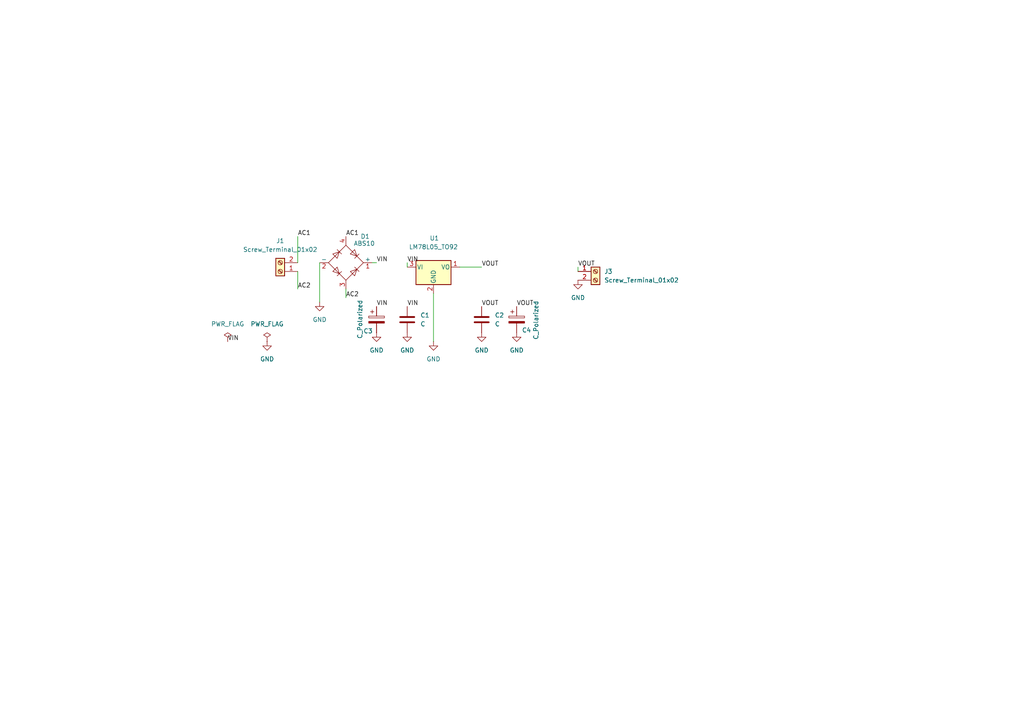
<source format=kicad_sch>
(kicad_sch
	(version 20231120)
	(generator "eeschema")
	(generator_version "8.0")
	(uuid "b7fc282d-457e-4d30-a7c2-28decb15c0ee")
	(paper "A4")
	(title_block
		(title "5 Volt Circuit")
		(rev "v1")
		(company "Sudhir")
	)
	(lib_symbols
		(symbol "Connector:Screw_Terminal_01x02"
			(pin_names
				(offset 1.016) hide)
			(exclude_from_sim no)
			(in_bom yes)
			(on_board yes)
			(property "Reference" "J"
				(at 0 2.54 0)
				(effects
					(font
						(size 1.27 1.27)
					)
				)
			)
			(property "Value" "Screw_Terminal_01x02"
				(at 0 -5.08 0)
				(effects
					(font
						(size 1.27 1.27)
					)
				)
			)
			(property "Footprint" ""
				(at 0 0 0)
				(effects
					(font
						(size 1.27 1.27)
					)
					(hide yes)
				)
			)
			(property "Datasheet" "~"
				(at 0 0 0)
				(effects
					(font
						(size 1.27 1.27)
					)
					(hide yes)
				)
			)
			(property "Description" "Generic screw terminal, single row, 01x02, script generated (kicad-library-utils/schlib/autogen/connector/)"
				(at 0 0 0)
				(effects
					(font
						(size 1.27 1.27)
					)
					(hide yes)
				)
			)
			(property "ki_keywords" "screw terminal"
				(at 0 0 0)
				(effects
					(font
						(size 1.27 1.27)
					)
					(hide yes)
				)
			)
			(property "ki_fp_filters" "TerminalBlock*:*"
				(at 0 0 0)
				(effects
					(font
						(size 1.27 1.27)
					)
					(hide yes)
				)
			)
			(symbol "Screw_Terminal_01x02_1_1"
				(rectangle
					(start -1.27 1.27)
					(end 1.27 -3.81)
					(stroke
						(width 0.254)
						(type default)
					)
					(fill
						(type background)
					)
				)
				(circle
					(center 0 -2.54)
					(radius 0.635)
					(stroke
						(width 0.1524)
						(type default)
					)
					(fill
						(type none)
					)
				)
				(polyline
					(pts
						(xy -0.5334 -2.2098) (xy 0.3302 -3.048)
					)
					(stroke
						(width 0.1524)
						(type default)
					)
					(fill
						(type none)
					)
				)
				(polyline
					(pts
						(xy -0.5334 0.3302) (xy 0.3302 -0.508)
					)
					(stroke
						(width 0.1524)
						(type default)
					)
					(fill
						(type none)
					)
				)
				(polyline
					(pts
						(xy -0.3556 -2.032) (xy 0.508 -2.8702)
					)
					(stroke
						(width 0.1524)
						(type default)
					)
					(fill
						(type none)
					)
				)
				(polyline
					(pts
						(xy -0.3556 0.508) (xy 0.508 -0.3302)
					)
					(stroke
						(width 0.1524)
						(type default)
					)
					(fill
						(type none)
					)
				)
				(circle
					(center 0 0)
					(radius 0.635)
					(stroke
						(width 0.1524)
						(type default)
					)
					(fill
						(type none)
					)
				)
				(pin passive line
					(at -5.08 0 0)
					(length 3.81)
					(name "Pin_1"
						(effects
							(font
								(size 1.27 1.27)
							)
						)
					)
					(number "1"
						(effects
							(font
								(size 1.27 1.27)
							)
						)
					)
				)
				(pin passive line
					(at -5.08 -2.54 0)
					(length 3.81)
					(name "Pin_2"
						(effects
							(font
								(size 1.27 1.27)
							)
						)
					)
					(number "2"
						(effects
							(font
								(size 1.27 1.27)
							)
						)
					)
				)
			)
		)
		(symbol "Device:C"
			(pin_numbers hide)
			(pin_names
				(offset 0.254)
			)
			(exclude_from_sim no)
			(in_bom yes)
			(on_board yes)
			(property "Reference" "C"
				(at 0.635 2.54 0)
				(effects
					(font
						(size 1.27 1.27)
					)
					(justify left)
				)
			)
			(property "Value" "C"
				(at 0.635 -2.54 0)
				(effects
					(font
						(size 1.27 1.27)
					)
					(justify left)
				)
			)
			(property "Footprint" ""
				(at 0.9652 -3.81 0)
				(effects
					(font
						(size 1.27 1.27)
					)
					(hide yes)
				)
			)
			(property "Datasheet" "~"
				(at 0 0 0)
				(effects
					(font
						(size 1.27 1.27)
					)
					(hide yes)
				)
			)
			(property "Description" "Unpolarized capacitor"
				(at 0 0 0)
				(effects
					(font
						(size 1.27 1.27)
					)
					(hide yes)
				)
			)
			(property "ki_keywords" "cap capacitor"
				(at 0 0 0)
				(effects
					(font
						(size 1.27 1.27)
					)
					(hide yes)
				)
			)
			(property "ki_fp_filters" "C_*"
				(at 0 0 0)
				(effects
					(font
						(size 1.27 1.27)
					)
					(hide yes)
				)
			)
			(symbol "C_0_1"
				(polyline
					(pts
						(xy -2.032 -0.762) (xy 2.032 -0.762)
					)
					(stroke
						(width 0.508)
						(type default)
					)
					(fill
						(type none)
					)
				)
				(polyline
					(pts
						(xy -2.032 0.762) (xy 2.032 0.762)
					)
					(stroke
						(width 0.508)
						(type default)
					)
					(fill
						(type none)
					)
				)
			)
			(symbol "C_1_1"
				(pin passive line
					(at 0 3.81 270)
					(length 2.794)
					(name "~"
						(effects
							(font
								(size 1.27 1.27)
							)
						)
					)
					(number "1"
						(effects
							(font
								(size 1.27 1.27)
							)
						)
					)
				)
				(pin passive line
					(at 0 -3.81 90)
					(length 2.794)
					(name "~"
						(effects
							(font
								(size 1.27 1.27)
							)
						)
					)
					(number "2"
						(effects
							(font
								(size 1.27 1.27)
							)
						)
					)
				)
			)
		)
		(symbol "Device:C_Polarized"
			(pin_numbers hide)
			(pin_names
				(offset 0.254)
			)
			(exclude_from_sim no)
			(in_bom yes)
			(on_board yes)
			(property "Reference" "C"
				(at 0.635 2.54 0)
				(effects
					(font
						(size 1.27 1.27)
					)
					(justify left)
				)
			)
			(property "Value" "C_Polarized"
				(at 0.635 -2.54 0)
				(effects
					(font
						(size 1.27 1.27)
					)
					(justify left)
				)
			)
			(property "Footprint" ""
				(at 0.9652 -3.81 0)
				(effects
					(font
						(size 1.27 1.27)
					)
					(hide yes)
				)
			)
			(property "Datasheet" "~"
				(at 0 0 0)
				(effects
					(font
						(size 1.27 1.27)
					)
					(hide yes)
				)
			)
			(property "Description" "Polarized capacitor"
				(at 0 0 0)
				(effects
					(font
						(size 1.27 1.27)
					)
					(hide yes)
				)
			)
			(property "ki_keywords" "cap capacitor"
				(at 0 0 0)
				(effects
					(font
						(size 1.27 1.27)
					)
					(hide yes)
				)
			)
			(property "ki_fp_filters" "CP_*"
				(at 0 0 0)
				(effects
					(font
						(size 1.27 1.27)
					)
					(hide yes)
				)
			)
			(symbol "C_Polarized_0_1"
				(rectangle
					(start -2.286 0.508)
					(end 2.286 1.016)
					(stroke
						(width 0)
						(type default)
					)
					(fill
						(type none)
					)
				)
				(polyline
					(pts
						(xy -1.778 2.286) (xy -0.762 2.286)
					)
					(stroke
						(width 0)
						(type default)
					)
					(fill
						(type none)
					)
				)
				(polyline
					(pts
						(xy -1.27 2.794) (xy -1.27 1.778)
					)
					(stroke
						(width 0)
						(type default)
					)
					(fill
						(type none)
					)
				)
				(rectangle
					(start 2.286 -0.508)
					(end -2.286 -1.016)
					(stroke
						(width 0)
						(type default)
					)
					(fill
						(type outline)
					)
				)
			)
			(symbol "C_Polarized_1_1"
				(pin passive line
					(at 0 3.81 270)
					(length 2.794)
					(name "~"
						(effects
							(font
								(size 1.27 1.27)
							)
						)
					)
					(number "1"
						(effects
							(font
								(size 1.27 1.27)
							)
						)
					)
				)
				(pin passive line
					(at 0 -3.81 90)
					(length 2.794)
					(name "~"
						(effects
							(font
								(size 1.27 1.27)
							)
						)
					)
					(number "2"
						(effects
							(font
								(size 1.27 1.27)
							)
						)
					)
				)
			)
		)
		(symbol "Diode_Bridge:ABS10"
			(pin_names
				(offset 0)
			)
			(exclude_from_sim no)
			(in_bom yes)
			(on_board yes)
			(property "Reference" "D"
				(at 2.54 6.985 0)
				(effects
					(font
						(size 1.27 1.27)
					)
					(justify left)
				)
			)
			(property "Value" "ABS10"
				(at 2.54 5.08 0)
				(effects
					(font
						(size 1.27 1.27)
					)
					(justify left)
				)
			)
			(property "Footprint" "Diode_SMD:Diode_Bridge_Diotec_ABS"
				(at 3.81 3.175 0)
				(effects
					(font
						(size 1.27 1.27)
					)
					(justify left)
					(hide yes)
				)
			)
			(property "Datasheet" "https://diotec.com/tl_files/diotec/files/pdf/datasheets/abs2.pdf"
				(at 0 0 0)
				(effects
					(font
						(size 1.27 1.27)
					)
					(hide yes)
				)
			)
			(property "Description" "Miniature Glass Passivated Single-Phase Surface Mount Bridge Rectifiers, 700V Vrms, 0.8A If, ABS SMD package"
				(at 0 0 0)
				(effects
					(font
						(size 1.27 1.27)
					)
					(hide yes)
				)
			)
			(property "ki_keywords" "rectifier acdc"
				(at 0 0 0)
				(effects
					(font
						(size 1.27 1.27)
					)
					(hide yes)
				)
			)
			(property "ki_fp_filters" "Diode*Bridge*Diotec*ABS*"
				(at 0 0 0)
				(effects
					(font
						(size 1.27 1.27)
					)
					(hide yes)
				)
			)
			(symbol "ABS10_0_1"
				(polyline
					(pts
						(xy -2.54 3.81) (xy -1.27 2.54)
					)
					(stroke
						(width 0)
						(type default)
					)
					(fill
						(type none)
					)
				)
				(polyline
					(pts
						(xy -1.27 -2.54) (xy -2.54 -3.81)
					)
					(stroke
						(width 0)
						(type default)
					)
					(fill
						(type none)
					)
				)
				(polyline
					(pts
						(xy 2.54 -1.27) (xy 3.81 -2.54)
					)
					(stroke
						(width 0)
						(type default)
					)
					(fill
						(type none)
					)
				)
				(polyline
					(pts
						(xy 2.54 1.27) (xy 3.81 2.54)
					)
					(stroke
						(width 0)
						(type default)
					)
					(fill
						(type none)
					)
				)
				(polyline
					(pts
						(xy -3.81 2.54) (xy -2.54 1.27) (xy -1.905 3.175) (xy -3.81 2.54)
					)
					(stroke
						(width 0)
						(type default)
					)
					(fill
						(type none)
					)
				)
				(polyline
					(pts
						(xy -2.54 -1.27) (xy -3.81 -2.54) (xy -1.905 -3.175) (xy -2.54 -1.27)
					)
					(stroke
						(width 0)
						(type default)
					)
					(fill
						(type none)
					)
				)
				(polyline
					(pts
						(xy 1.27 2.54) (xy 2.54 3.81) (xy 3.175 1.905) (xy 1.27 2.54)
					)
					(stroke
						(width 0)
						(type default)
					)
					(fill
						(type none)
					)
				)
				(polyline
					(pts
						(xy 3.175 -1.905) (xy 1.27 -2.54) (xy 2.54 -3.81) (xy 3.175 -1.905)
					)
					(stroke
						(width 0)
						(type default)
					)
					(fill
						(type none)
					)
				)
				(polyline
					(pts
						(xy -5.08 0) (xy 0 -5.08) (xy 5.08 0) (xy 0 5.08) (xy -5.08 0)
					)
					(stroke
						(width 0)
						(type default)
					)
					(fill
						(type none)
					)
				)
			)
			(symbol "ABS10_1_1"
				(pin passive line
					(at 7.62 0 180)
					(length 2.54)
					(name "+"
						(effects
							(font
								(size 1.27 1.27)
							)
						)
					)
					(number "1"
						(effects
							(font
								(size 1.27 1.27)
							)
						)
					)
				)
				(pin passive line
					(at -7.62 0 0)
					(length 2.54)
					(name "-"
						(effects
							(font
								(size 1.27 1.27)
							)
						)
					)
					(number "2"
						(effects
							(font
								(size 1.27 1.27)
							)
						)
					)
				)
				(pin passive line
					(at 0 -7.62 90)
					(length 2.54)
					(name "~"
						(effects
							(font
								(size 1.27 1.27)
							)
						)
					)
					(number "3"
						(effects
							(font
								(size 1.27 1.27)
							)
						)
					)
				)
				(pin passive line
					(at 0 7.62 270)
					(length 2.54)
					(name "~"
						(effects
							(font
								(size 1.27 1.27)
							)
						)
					)
					(number "4"
						(effects
							(font
								(size 1.27 1.27)
							)
						)
					)
				)
			)
		)
		(symbol "Regulator_Linear:LM78L05_TO92"
			(pin_names
				(offset 0.254)
			)
			(exclude_from_sim no)
			(in_bom yes)
			(on_board yes)
			(property "Reference" "U"
				(at -3.81 3.175 0)
				(effects
					(font
						(size 1.27 1.27)
					)
				)
			)
			(property "Value" "LM78L05_TO92"
				(at 0 3.175 0)
				(effects
					(font
						(size 1.27 1.27)
					)
					(justify left)
				)
			)
			(property "Footprint" "Package_TO_SOT_THT:TO-92_Inline"
				(at 0 5.715 0)
				(effects
					(font
						(size 1.27 1.27)
						(italic yes)
					)
					(hide yes)
				)
			)
			(property "Datasheet" "https://www.onsemi.com/pub/Collateral/MC78L06A-D.pdf"
				(at 0 -1.27 0)
				(effects
					(font
						(size 1.27 1.27)
					)
					(hide yes)
				)
			)
			(property "Description" "Positive 100mA 30V Linear Regulator, Fixed Output 5V, TO-92"
				(at 0 0 0)
				(effects
					(font
						(size 1.27 1.27)
					)
					(hide yes)
				)
			)
			(property "ki_keywords" "Voltage Regulator 100mA Positive"
				(at 0 0 0)
				(effects
					(font
						(size 1.27 1.27)
					)
					(hide yes)
				)
			)
			(property "ki_fp_filters" "TO?92*"
				(at 0 0 0)
				(effects
					(font
						(size 1.27 1.27)
					)
					(hide yes)
				)
			)
			(symbol "LM78L05_TO92_0_1"
				(rectangle
					(start -5.08 -5.08)
					(end 5.08 1.905)
					(stroke
						(width 0.254)
						(type default)
					)
					(fill
						(type background)
					)
				)
			)
			(symbol "LM78L05_TO92_1_1"
				(pin power_out line
					(at 7.62 0 180)
					(length 2.54)
					(name "VO"
						(effects
							(font
								(size 1.27 1.27)
							)
						)
					)
					(number "1"
						(effects
							(font
								(size 1.27 1.27)
							)
						)
					)
				)
				(pin power_in line
					(at 0 -7.62 90)
					(length 2.54)
					(name "GND"
						(effects
							(font
								(size 1.27 1.27)
							)
						)
					)
					(number "2"
						(effects
							(font
								(size 1.27 1.27)
							)
						)
					)
				)
				(pin power_in line
					(at -7.62 0 0)
					(length 2.54)
					(name "VI"
						(effects
							(font
								(size 1.27 1.27)
							)
						)
					)
					(number "3"
						(effects
							(font
								(size 1.27 1.27)
							)
						)
					)
				)
			)
		)
		(symbol "power:GND"
			(power)
			(pin_numbers hide)
			(pin_names
				(offset 0) hide)
			(exclude_from_sim no)
			(in_bom yes)
			(on_board yes)
			(property "Reference" "#PWR"
				(at 0 -6.35 0)
				(effects
					(font
						(size 1.27 1.27)
					)
					(hide yes)
				)
			)
			(property "Value" "GND"
				(at 0 -3.81 0)
				(effects
					(font
						(size 1.27 1.27)
					)
				)
			)
			(property "Footprint" ""
				(at 0 0 0)
				(effects
					(font
						(size 1.27 1.27)
					)
					(hide yes)
				)
			)
			(property "Datasheet" ""
				(at 0 0 0)
				(effects
					(font
						(size 1.27 1.27)
					)
					(hide yes)
				)
			)
			(property "Description" "Power symbol creates a global label with name \"GND\" , ground"
				(at 0 0 0)
				(effects
					(font
						(size 1.27 1.27)
					)
					(hide yes)
				)
			)
			(property "ki_keywords" "global power"
				(at 0 0 0)
				(effects
					(font
						(size 1.27 1.27)
					)
					(hide yes)
				)
			)
			(symbol "GND_0_1"
				(polyline
					(pts
						(xy 0 0) (xy 0 -1.27) (xy 1.27 -1.27) (xy 0 -2.54) (xy -1.27 -1.27) (xy 0 -1.27)
					)
					(stroke
						(width 0)
						(type default)
					)
					(fill
						(type none)
					)
				)
			)
			(symbol "GND_1_1"
				(pin power_in line
					(at 0 0 270)
					(length 0)
					(name "~"
						(effects
							(font
								(size 1.27 1.27)
							)
						)
					)
					(number "1"
						(effects
							(font
								(size 1.27 1.27)
							)
						)
					)
				)
			)
		)
		(symbol "power:PWR_FLAG"
			(power)
			(pin_numbers hide)
			(pin_names
				(offset 0) hide)
			(exclude_from_sim no)
			(in_bom yes)
			(on_board yes)
			(property "Reference" "#FLG"
				(at 0 1.905 0)
				(effects
					(font
						(size 1.27 1.27)
					)
					(hide yes)
				)
			)
			(property "Value" "PWR_FLAG"
				(at 0 3.81 0)
				(effects
					(font
						(size 1.27 1.27)
					)
				)
			)
			(property "Footprint" ""
				(at 0 0 0)
				(effects
					(font
						(size 1.27 1.27)
					)
					(hide yes)
				)
			)
			(property "Datasheet" "~"
				(at 0 0 0)
				(effects
					(font
						(size 1.27 1.27)
					)
					(hide yes)
				)
			)
			(property "Description" "Special symbol for telling ERC where power comes from"
				(at 0 0 0)
				(effects
					(font
						(size 1.27 1.27)
					)
					(hide yes)
				)
			)
			(property "ki_keywords" "flag power"
				(at 0 0 0)
				(effects
					(font
						(size 1.27 1.27)
					)
					(hide yes)
				)
			)
			(symbol "PWR_FLAG_0_0"
				(pin power_out line
					(at 0 0 90)
					(length 0)
					(name "~"
						(effects
							(font
								(size 1.27 1.27)
							)
						)
					)
					(number "1"
						(effects
							(font
								(size 1.27 1.27)
							)
						)
					)
				)
			)
			(symbol "PWR_FLAG_0_1"
				(polyline
					(pts
						(xy 0 0) (xy 0 1.27) (xy -1.016 1.905) (xy 0 2.54) (xy 1.016 1.905) (xy 0 1.27)
					)
					(stroke
						(width 0)
						(type default)
					)
					(fill
						(type none)
					)
				)
			)
		)
	)
	(wire
		(pts
			(xy 92.71 87.63) (xy 92.71 76.2)
		)
		(stroke
			(width 0)
			(type default)
		)
		(uuid "03cf872a-2d64-41ef-a45d-2b0ad2e0e36f")
	)
	(wire
		(pts
			(xy 167.64 77.47) (xy 167.64 78.74)
		)
		(stroke
			(width 0)
			(type default)
		)
		(uuid "6db7d0d7-4db9-4c35-9111-7e958787a5a5")
	)
	(wire
		(pts
			(xy 100.33 86.36) (xy 100.33 83.82)
		)
		(stroke
			(width 0)
			(type default)
		)
		(uuid "896f6164-e751-4afb-a4a8-7e208fff0605")
	)
	(wire
		(pts
			(xy 86.36 78.74) (xy 86.36 83.82)
		)
		(stroke
			(width 0)
			(type default)
		)
		(uuid "985885c0-ca34-463e-84ff-cef677c3570d")
	)
	(wire
		(pts
			(xy 86.36 76.2) (xy 86.36 68.58)
		)
		(stroke
			(width 0)
			(type default)
		)
		(uuid "ab354137-4dfd-47f1-a598-234b0f7b0e2d")
	)
	(wire
		(pts
			(xy 107.95 76.2) (xy 109.22 76.2)
		)
		(stroke
			(width 0)
			(type default)
		)
		(uuid "e12fdff9-bcab-4062-ad64-d276f9b1f7a4")
	)
	(wire
		(pts
			(xy 118.11 77.47) (xy 118.11 76.2)
		)
		(stroke
			(width 0)
			(type default)
		)
		(uuid "e5031975-dc61-4f66-b964-82d46f8d3456")
	)
	(wire
		(pts
			(xy 125.73 85.09) (xy 125.73 99.06)
		)
		(stroke
			(width 0)
			(type default)
		)
		(uuid "ea7b1354-579b-48b1-9a04-aee3107d51a0")
	)
	(wire
		(pts
			(xy 133.35 77.47) (xy 139.7 77.47)
		)
		(stroke
			(width 0)
			(type default)
		)
		(uuid "fc24d7d8-c432-4413-8f82-bd085ad3473d")
	)
	(label "AC1"
		(at 100.33 68.58 0)
		(fields_autoplaced yes)
		(effects
			(font
				(size 1.27 1.27)
			)
			(justify left bottom)
		)
		(uuid "07fd19a7-8525-4461-8e02-d29183240f6b")
	)
	(label "VIN"
		(at 118.11 76.2 0)
		(fields_autoplaced yes)
		(effects
			(font
				(size 1.27 1.27)
			)
			(justify left bottom)
		)
		(uuid "1757aa93-d706-4223-8b56-38df59fdd012")
	)
	(label "VIN"
		(at 118.11 88.9 0)
		(fields_autoplaced yes)
		(effects
			(font
				(size 1.27 1.27)
			)
			(justify left bottom)
		)
		(uuid "2203b9c1-3d08-403f-adfd-61c25e0c2d34")
	)
	(label "VIN"
		(at 109.22 76.2 0)
		(fields_autoplaced yes)
		(effects
			(font
				(size 1.27 1.27)
			)
			(justify left bottom)
		)
		(uuid "2b201345-29f0-4a0a-b267-33a3ac89fccd")
	)
	(label "VIN"
		(at 66.04 99.06 0)
		(fields_autoplaced yes)
		(effects
			(font
				(size 1.27 1.27)
			)
			(justify left bottom)
		)
		(uuid "2dc382f4-c60c-44ab-aae3-434b7c7aad70")
	)
	(label "AC1"
		(at 86.36 68.58 0)
		(fields_autoplaced yes)
		(effects
			(font
				(size 1.27 1.27)
			)
			(justify left bottom)
		)
		(uuid "58081c09-46d8-4b72-b51c-7ac56662b352")
	)
	(label "VOUT"
		(at 149.86 88.9 0)
		(fields_autoplaced yes)
		(effects
			(font
				(size 1.27 1.27)
			)
			(justify left bottom)
		)
		(uuid "59f1124d-0cb6-4809-8760-40a3211caaa8")
	)
	(label "AC2"
		(at 100.33 86.36 0)
		(fields_autoplaced yes)
		(effects
			(font
				(size 1.27 1.27)
			)
			(justify left bottom)
		)
		(uuid "a4d8ba52-4ea7-45fe-b2ea-42181e7ea0e6")
	)
	(label "AC2"
		(at 86.36 83.82 0)
		(fields_autoplaced yes)
		(effects
			(font
				(size 1.27 1.27)
			)
			(justify left bottom)
		)
		(uuid "c0f7f530-f5ea-47d2-b771-dc6227c1d74c")
	)
	(label "VIN"
		(at 109.22 88.9 0)
		(fields_autoplaced yes)
		(effects
			(font
				(size 1.27 1.27)
			)
			(justify left bottom)
		)
		(uuid "e9462554-7ca4-4f0d-a545-f581bbe3675b")
	)
	(label "VOUT"
		(at 139.7 77.47 0)
		(fields_autoplaced yes)
		(effects
			(font
				(size 1.27 1.27)
			)
			(justify left bottom)
		)
		(uuid "f5b85a15-6743-428d-ab8d-0c90a1b54b9d")
	)
	(label "VOUT"
		(at 167.64 77.47 0)
		(fields_autoplaced yes)
		(effects
			(font
				(size 1.27 1.27)
			)
			(justify left bottom)
		)
		(uuid "f61a3c7c-805a-4b95-a9a0-9da6c312f7f6")
	)
	(label "VOUT"
		(at 139.7 88.9 0)
		(fields_autoplaced yes)
		(effects
			(font
				(size 1.27 1.27)
			)
			(justify left bottom)
		)
		(uuid "fcd700ae-9777-49ac-b13e-090743846c27")
	)
	(symbol
		(lib_id "power:PWR_FLAG")
		(at 66.04 99.06 0)
		(unit 1)
		(exclude_from_sim no)
		(in_bom yes)
		(on_board yes)
		(dnp no)
		(fields_autoplaced yes)
		(uuid "0610a629-be23-4492-97c2-e13c61cd08b5")
		(property "Reference" "#FLG01"
			(at 66.04 97.155 0)
			(effects
				(font
					(size 1.27 1.27)
				)
				(hide yes)
			)
		)
		(property "Value" "PWR_FLAG"
			(at 66.04 93.98 0)
			(effects
				(font
					(size 1.27 1.27)
				)
			)
		)
		(property "Footprint" ""
			(at 66.04 99.06 0)
			(effects
				(font
					(size 1.27 1.27)
				)
				(hide yes)
			)
		)
		(property "Datasheet" "~"
			(at 66.04 99.06 0)
			(effects
				(font
					(size 1.27 1.27)
				)
				(hide yes)
			)
		)
		(property "Description" "Special symbol for telling ERC where power comes from"
			(at 66.04 99.06 0)
			(effects
				(font
					(size 1.27 1.27)
				)
				(hide yes)
			)
		)
		(pin "1"
			(uuid "cf37a611-93c3-4143-8398-4ae0908e3c5c")
		)
		(instances
			(project ""
				(path "/b7fc282d-457e-4d30-a7c2-28decb15c0ee"
					(reference "#FLG01")
					(unit 1)
				)
			)
		)
	)
	(symbol
		(lib_id "power:GND")
		(at 77.47 99.06 0)
		(unit 1)
		(exclude_from_sim no)
		(in_bom yes)
		(on_board yes)
		(dnp no)
		(fields_autoplaced yes)
		(uuid "2599d9c4-0f93-4446-accc-212f68f98a23")
		(property "Reference" "#PWR08"
			(at 77.47 105.41 0)
			(effects
				(font
					(size 1.27 1.27)
				)
				(hide yes)
			)
		)
		(property "Value" "GND"
			(at 77.47 104.14 0)
			(effects
				(font
					(size 1.27 1.27)
				)
			)
		)
		(property "Footprint" ""
			(at 77.47 99.06 0)
			(effects
				(font
					(size 1.27 1.27)
				)
				(hide yes)
			)
		)
		(property "Datasheet" ""
			(at 77.47 99.06 0)
			(effects
				(font
					(size 1.27 1.27)
				)
				(hide yes)
			)
		)
		(property "Description" "Power symbol creates a global label with name \"GND\" , ground"
			(at 77.47 99.06 0)
			(effects
				(font
					(size 1.27 1.27)
				)
				(hide yes)
			)
		)
		(pin "1"
			(uuid "d6336722-022a-4e07-b55c-d5af1c823225")
		)
		(instances
			(project "basic"
				(path "/b7fc282d-457e-4d30-a7c2-28decb15c0ee"
					(reference "#PWR08")
					(unit 1)
				)
			)
		)
	)
	(symbol
		(lib_id "Device:C_Polarized")
		(at 149.86 92.71 0)
		(unit 1)
		(exclude_from_sim no)
		(in_bom yes)
		(on_board yes)
		(dnp no)
		(uuid "33ae1d13-e0d2-4417-bfd4-a50bd5837de4")
		(property "Reference" "C4"
			(at 151.384 95.758 0)
			(effects
				(font
					(size 1.27 1.27)
				)
				(justify left)
			)
		)
		(property "Value" "C_Polarized"
			(at 155.448 98.552 90)
			(effects
				(font
					(size 1.27 1.27)
				)
				(justify left)
			)
		)
		(property "Footprint" "Capacitor_THT:CP_Radial_D8.0mm_P5.00mm"
			(at 150.8252 96.52 0)
			(effects
				(font
					(size 1.27 1.27)
				)
				(hide yes)
			)
		)
		(property "Datasheet" "~"
			(at 149.86 92.71 0)
			(effects
				(font
					(size 1.27 1.27)
				)
				(hide yes)
			)
		)
		(property "Description" "Polarized capacitor"
			(at 149.86 92.71 0)
			(effects
				(font
					(size 1.27 1.27)
				)
				(hide yes)
			)
		)
		(pin "2"
			(uuid "5eabf43e-e6d5-414a-b785-6be320d385df")
		)
		(pin "1"
			(uuid "606879cb-9f55-4416-aed6-e8d6c5e45bc9")
		)
		(instances
			(project ""
				(path "/b7fc282d-457e-4d30-a7c2-28decb15c0ee"
					(reference "C4")
					(unit 1)
				)
			)
		)
	)
	(symbol
		(lib_id "Connector:Screw_Terminal_01x02")
		(at 81.28 78.74 180)
		(unit 1)
		(exclude_from_sim no)
		(in_bom yes)
		(on_board yes)
		(dnp no)
		(fields_autoplaced yes)
		(uuid "3b9e9cd6-0aa5-476d-8bcb-5c12bbabf2d6")
		(property "Reference" "J1"
			(at 81.28 69.85 0)
			(effects
				(font
					(size 1.27 1.27)
				)
			)
		)
		(property "Value" "Screw_Terminal_01x02"
			(at 81.28 72.39 0)
			(effects
				(font
					(size 1.27 1.27)
				)
			)
		)
		(property "Footprint" "TerminalBlock_Phoenix:TerminalBlock_Phoenix_MKDS-1,5-2_1x02_P5.00mm_Horizontal"
			(at 81.28 78.74 0)
			(effects
				(font
					(size 1.27 1.27)
				)
				(hide yes)
			)
		)
		(property "Datasheet" "~"
			(at 81.28 78.74 0)
			(effects
				(font
					(size 1.27 1.27)
				)
				(hide yes)
			)
		)
		(property "Description" "Generic screw terminal, single row, 01x02, script generated (kicad-library-utils/schlib/autogen/connector/)"
			(at 81.28 78.74 0)
			(effects
				(font
					(size 1.27 1.27)
				)
				(hide yes)
			)
		)
		(pin "1"
			(uuid "55df3016-67ed-4605-94f6-125cc28f0469")
		)
		(pin "2"
			(uuid "3def7bc7-1b28-4dce-b323-520d1332ac8f")
		)
		(instances
			(project ""
				(path "/b7fc282d-457e-4d30-a7c2-28decb15c0ee"
					(reference "J1")
					(unit 1)
				)
			)
		)
	)
	(symbol
		(lib_id "power:GND")
		(at 125.73 99.06 0)
		(unit 1)
		(exclude_from_sim no)
		(in_bom yes)
		(on_board yes)
		(dnp no)
		(fields_autoplaced yes)
		(uuid "3e5c843a-30e0-4784-bc6d-cb75af7d2c30")
		(property "Reference" "#PWR01"
			(at 125.73 105.41 0)
			(effects
				(font
					(size 1.27 1.27)
				)
				(hide yes)
			)
		)
		(property "Value" "GND"
			(at 125.73 104.14 0)
			(effects
				(font
					(size 1.27 1.27)
				)
			)
		)
		(property "Footprint" ""
			(at 125.73 99.06 0)
			(effects
				(font
					(size 1.27 1.27)
				)
				(hide yes)
			)
		)
		(property "Datasheet" ""
			(at 125.73 99.06 0)
			(effects
				(font
					(size 1.27 1.27)
				)
				(hide yes)
			)
		)
		(property "Description" "Power symbol creates a global label with name \"GND\" , ground"
			(at 125.73 99.06 0)
			(effects
				(font
					(size 1.27 1.27)
				)
				(hide yes)
			)
		)
		(pin "1"
			(uuid "e998b147-004e-43c5-811a-7c06ddb6eb36")
		)
		(instances
			(project ""
				(path "/b7fc282d-457e-4d30-a7c2-28decb15c0ee"
					(reference "#PWR01")
					(unit 1)
				)
			)
		)
	)
	(symbol
		(lib_id "power:GND")
		(at 92.71 87.63 0)
		(unit 1)
		(exclude_from_sim no)
		(in_bom yes)
		(on_board yes)
		(dnp no)
		(fields_autoplaced yes)
		(uuid "42bf9ffa-49a8-45c7-8aee-5696bc86f582")
		(property "Reference" "#PWR06"
			(at 92.71 93.98 0)
			(effects
				(font
					(size 1.27 1.27)
				)
				(hide yes)
			)
		)
		(property "Value" "GND"
			(at 92.71 92.71 0)
			(effects
				(font
					(size 1.27 1.27)
				)
			)
		)
		(property "Footprint" ""
			(at 92.71 87.63 0)
			(effects
				(font
					(size 1.27 1.27)
				)
				(hide yes)
			)
		)
		(property "Datasheet" ""
			(at 92.71 87.63 0)
			(effects
				(font
					(size 1.27 1.27)
				)
				(hide yes)
			)
		)
		(property "Description" "Power symbol creates a global label with name \"GND\" , ground"
			(at 92.71 87.63 0)
			(effects
				(font
					(size 1.27 1.27)
				)
				(hide yes)
			)
		)
		(pin "1"
			(uuid "51b7cd7a-2d4e-48e5-bf0c-26c7ecbd7864")
		)
		(instances
			(project ""
				(path "/b7fc282d-457e-4d30-a7c2-28decb15c0ee"
					(reference "#PWR06")
					(unit 1)
				)
			)
		)
	)
	(symbol
		(lib_id "power:GND")
		(at 149.86 96.52 0)
		(unit 1)
		(exclude_from_sim no)
		(in_bom yes)
		(on_board yes)
		(dnp no)
		(fields_autoplaced yes)
		(uuid "44ada723-2007-4221-8f87-c8953049bcde")
		(property "Reference" "#PWR03"
			(at 149.86 102.87 0)
			(effects
				(font
					(size 1.27 1.27)
				)
				(hide yes)
			)
		)
		(property "Value" "GND"
			(at 149.86 101.6 0)
			(effects
				(font
					(size 1.27 1.27)
				)
			)
		)
		(property "Footprint" ""
			(at 149.86 96.52 0)
			(effects
				(font
					(size 1.27 1.27)
				)
				(hide yes)
			)
		)
		(property "Datasheet" ""
			(at 149.86 96.52 0)
			(effects
				(font
					(size 1.27 1.27)
				)
				(hide yes)
			)
		)
		(property "Description" "Power symbol creates a global label with name \"GND\" , ground"
			(at 149.86 96.52 0)
			(effects
				(font
					(size 1.27 1.27)
				)
				(hide yes)
			)
		)
		(pin "1"
			(uuid "51b7cd7a-2d4e-48e5-bf0c-26c7ecbd7864")
		)
		(instances
			(project ""
				(path "/b7fc282d-457e-4d30-a7c2-28decb15c0ee"
					(reference "#PWR03")
					(unit 1)
				)
			)
		)
	)
	(symbol
		(lib_id "Device:C_Polarized")
		(at 109.22 92.71 0)
		(unit 1)
		(exclude_from_sim no)
		(in_bom yes)
		(on_board yes)
		(dnp no)
		(uuid "522bcfb6-e0f0-4a1a-8902-e08d6d83baf5")
		(property "Reference" "C3"
			(at 105.41 96.012 0)
			(effects
				(font
					(size 1.27 1.27)
				)
				(justify left)
			)
		)
		(property "Value" "C_Polarized"
			(at 104.394 98.298 90)
			(effects
				(font
					(size 1.27 1.27)
				)
				(justify left)
			)
		)
		(property "Footprint" "Capacitor_THT:CP_Radial_D8.0mm_P5.00mm"
			(at 110.1852 96.52 0)
			(effects
				(font
					(size 1.27 1.27)
				)
				(hide yes)
			)
		)
		(property "Datasheet" "~"
			(at 109.22 92.71 0)
			(effects
				(font
					(size 1.27 1.27)
				)
				(hide yes)
			)
		)
		(property "Description" "Polarized capacitor"
			(at 109.22 92.71 0)
			(effects
				(font
					(size 1.27 1.27)
				)
				(hide yes)
			)
		)
		(pin "2"
			(uuid "5eabf43e-e6d5-414a-b785-6be320d385df")
		)
		(pin "1"
			(uuid "606879cb-9f55-4416-aed6-e8d6c5e45bc9")
		)
		(instances
			(project ""
				(path "/b7fc282d-457e-4d30-a7c2-28decb15c0ee"
					(reference "C3")
					(unit 1)
				)
			)
		)
	)
	(symbol
		(lib_id "power:GND")
		(at 109.22 96.52 0)
		(unit 1)
		(exclude_from_sim no)
		(in_bom yes)
		(on_board yes)
		(dnp no)
		(fields_autoplaced yes)
		(uuid "53ee2dfe-bec1-40f9-a183-e28d603e1eeb")
		(property "Reference" "#PWR05"
			(at 109.22 102.87 0)
			(effects
				(font
					(size 1.27 1.27)
				)
				(hide yes)
			)
		)
		(property "Value" "GND"
			(at 109.22 101.6 0)
			(effects
				(font
					(size 1.27 1.27)
				)
			)
		)
		(property "Footprint" ""
			(at 109.22 96.52 0)
			(effects
				(font
					(size 1.27 1.27)
				)
				(hide yes)
			)
		)
		(property "Datasheet" ""
			(at 109.22 96.52 0)
			(effects
				(font
					(size 1.27 1.27)
				)
				(hide yes)
			)
		)
		(property "Description" "Power symbol creates a global label with name \"GND\" , ground"
			(at 109.22 96.52 0)
			(effects
				(font
					(size 1.27 1.27)
				)
				(hide yes)
			)
		)
		(pin "1"
			(uuid "51b7cd7a-2d4e-48e5-bf0c-26c7ecbd7864")
		)
		(instances
			(project ""
				(path "/b7fc282d-457e-4d30-a7c2-28decb15c0ee"
					(reference "#PWR05")
					(unit 1)
				)
			)
		)
	)
	(symbol
		(lib_id "power:GND")
		(at 167.64 81.28 0)
		(unit 1)
		(exclude_from_sim no)
		(in_bom yes)
		(on_board yes)
		(dnp no)
		(fields_autoplaced yes)
		(uuid "5661f9e1-6afa-43dc-9301-378ae2ff44e9")
		(property "Reference" "#PWR07"
			(at 167.64 87.63 0)
			(effects
				(font
					(size 1.27 1.27)
				)
				(hide yes)
			)
		)
		(property "Value" "GND"
			(at 167.64 86.36 0)
			(effects
				(font
					(size 1.27 1.27)
				)
			)
		)
		(property "Footprint" ""
			(at 167.64 81.28 0)
			(effects
				(font
					(size 1.27 1.27)
				)
				(hide yes)
			)
		)
		(property "Datasheet" ""
			(at 167.64 81.28 0)
			(effects
				(font
					(size 1.27 1.27)
				)
				(hide yes)
			)
		)
		(property "Description" "Power symbol creates a global label with name \"GND\" , ground"
			(at 167.64 81.28 0)
			(effects
				(font
					(size 1.27 1.27)
				)
				(hide yes)
			)
		)
		(pin "1"
			(uuid "51b7cd7a-2d4e-48e5-bf0c-26c7ecbd7864")
		)
		(instances
			(project ""
				(path "/b7fc282d-457e-4d30-a7c2-28decb15c0ee"
					(reference "#PWR07")
					(unit 1)
				)
			)
		)
	)
	(symbol
		(lib_id "Connector:Screw_Terminal_01x02")
		(at 172.72 78.74 0)
		(unit 1)
		(exclude_from_sim no)
		(in_bom yes)
		(on_board yes)
		(dnp no)
		(fields_autoplaced yes)
		(uuid "69cb5a53-55e4-40a4-9286-b9d0d2caa61b")
		(property "Reference" "J3"
			(at 175.26 78.7399 0)
			(effects
				(font
					(size 1.27 1.27)
				)
				(justify left)
			)
		)
		(property "Value" "Screw_Terminal_01x02"
			(at 175.26 81.2799 0)
			(effects
				(font
					(size 1.27 1.27)
				)
				(justify left)
			)
		)
		(property "Footprint" "TerminalBlock_Phoenix:TerminalBlock_Phoenix_MKDS-1,5-2_1x02_P5.00mm_Horizontal"
			(at 172.72 78.74 0)
			(effects
				(font
					(size 1.27 1.27)
				)
				(hide yes)
			)
		)
		(property "Datasheet" "~"
			(at 172.72 78.74 0)
			(effects
				(font
					(size 1.27 1.27)
				)
				(hide yes)
			)
		)
		(property "Description" "Generic screw terminal, single row, 01x02, script generated (kicad-library-utils/schlib/autogen/connector/)"
			(at 172.72 78.74 0)
			(effects
				(font
					(size 1.27 1.27)
				)
				(hide yes)
			)
		)
		(pin "1"
			(uuid "55df3016-67ed-4605-94f6-125cc28f0469")
		)
		(pin "2"
			(uuid "3def7bc7-1b28-4dce-b323-520d1332ac8f")
		)
		(instances
			(project ""
				(path "/b7fc282d-457e-4d30-a7c2-28decb15c0ee"
					(reference "J3")
					(unit 1)
				)
			)
		)
	)
	(symbol
		(lib_id "power:GND")
		(at 118.11 96.52 0)
		(unit 1)
		(exclude_from_sim no)
		(in_bom yes)
		(on_board yes)
		(dnp no)
		(fields_autoplaced yes)
		(uuid "86b815a7-b95c-4857-9ae5-402e22a798a8")
		(property "Reference" "#PWR04"
			(at 118.11 102.87 0)
			(effects
				(font
					(size 1.27 1.27)
				)
				(hide yes)
			)
		)
		(property "Value" "GND"
			(at 118.11 101.6 0)
			(effects
				(font
					(size 1.27 1.27)
				)
			)
		)
		(property "Footprint" ""
			(at 118.11 96.52 0)
			(effects
				(font
					(size 1.27 1.27)
				)
				(hide yes)
			)
		)
		(property "Datasheet" ""
			(at 118.11 96.52 0)
			(effects
				(font
					(size 1.27 1.27)
				)
				(hide yes)
			)
		)
		(property "Description" "Power symbol creates a global label with name \"GND\" , ground"
			(at 118.11 96.52 0)
			(effects
				(font
					(size 1.27 1.27)
				)
				(hide yes)
			)
		)
		(pin "1"
			(uuid "51b7cd7a-2d4e-48e5-bf0c-26c7ecbd7864")
		)
		(instances
			(project ""
				(path "/b7fc282d-457e-4d30-a7c2-28decb15c0ee"
					(reference "#PWR04")
					(unit 1)
				)
			)
		)
	)
	(symbol
		(lib_id "Device:C")
		(at 118.11 92.71 0)
		(unit 1)
		(exclude_from_sim no)
		(in_bom yes)
		(on_board yes)
		(dnp no)
		(fields_autoplaced yes)
		(uuid "8d08e347-58e6-4fd0-b918-4ce20d9755a8")
		(property "Reference" "C1"
			(at 121.92 91.4399 0)
			(effects
				(font
					(size 1.27 1.27)
				)
				(justify left)
			)
		)
		(property "Value" "C"
			(at 121.92 93.9799 0)
			(effects
				(font
					(size 1.27 1.27)
				)
				(justify left)
			)
		)
		(property "Footprint" "Capacitor_THT:C_Disc_D7.5mm_W5.0mm_P5.00mm"
			(at 119.0752 96.52 0)
			(effects
				(font
					(size 1.27 1.27)
				)
				(hide yes)
			)
		)
		(property "Datasheet" "~"
			(at 118.11 92.71 0)
			(effects
				(font
					(size 1.27 1.27)
				)
				(hide yes)
			)
		)
		(property "Description" "Unpolarized capacitor"
			(at 118.11 92.71 0)
			(effects
				(font
					(size 1.27 1.27)
				)
				(hide yes)
			)
		)
		(pin "1"
			(uuid "50846a76-7252-4fd4-8eaf-a40311bb8a5e")
		)
		(pin "2"
			(uuid "f77f82e0-a58c-4cd7-949f-3fecac77a5c4")
		)
		(instances
			(project ""
				(path "/b7fc282d-457e-4d30-a7c2-28decb15c0ee"
					(reference "C1")
					(unit 1)
				)
			)
		)
	)
	(symbol
		(lib_id "power:GND")
		(at 139.7 96.52 0)
		(unit 1)
		(exclude_from_sim no)
		(in_bom yes)
		(on_board yes)
		(dnp no)
		(fields_autoplaced yes)
		(uuid "d9d38fde-b81c-46ad-b1cb-4f54e8899bb8")
		(property "Reference" "#PWR02"
			(at 139.7 102.87 0)
			(effects
				(font
					(size 1.27 1.27)
				)
				(hide yes)
			)
		)
		(property "Value" "GND"
			(at 139.7 101.6 0)
			(effects
				(font
					(size 1.27 1.27)
				)
			)
		)
		(property "Footprint" ""
			(at 139.7 96.52 0)
			(effects
				(font
					(size 1.27 1.27)
				)
				(hide yes)
			)
		)
		(property "Datasheet" ""
			(at 139.7 96.52 0)
			(effects
				(font
					(size 1.27 1.27)
				)
				(hide yes)
			)
		)
		(property "Description" "Power symbol creates a global label with name \"GND\" , ground"
			(at 139.7 96.52 0)
			(effects
				(font
					(size 1.27 1.27)
				)
				(hide yes)
			)
		)
		(pin "1"
			(uuid "51b7cd7a-2d4e-48e5-bf0c-26c7ecbd7864")
		)
		(instances
			(project ""
				(path "/b7fc282d-457e-4d30-a7c2-28decb15c0ee"
					(reference "#PWR02")
					(unit 1)
				)
			)
		)
	)
	(symbol
		(lib_id "power:PWR_FLAG")
		(at 77.47 99.06 0)
		(unit 1)
		(exclude_from_sim no)
		(in_bom yes)
		(on_board yes)
		(dnp no)
		(fields_autoplaced yes)
		(uuid "ec3c1084-2cb9-4c6f-ab2f-bf2b4cfe7c55")
		(property "Reference" "#FLG02"
			(at 77.47 97.155 0)
			(effects
				(font
					(size 1.27 1.27)
				)
				(hide yes)
			)
		)
		(property "Value" "PWR_FLAG"
			(at 77.47 93.98 0)
			(effects
				(font
					(size 1.27 1.27)
				)
			)
		)
		(property "Footprint" ""
			(at 77.47 99.06 0)
			(effects
				(font
					(size 1.27 1.27)
				)
				(hide yes)
			)
		)
		(property "Datasheet" "~"
			(at 77.47 99.06 0)
			(effects
				(font
					(size 1.27 1.27)
				)
				(hide yes)
			)
		)
		(property "Description" "Special symbol for telling ERC where power comes from"
			(at 77.47 99.06 0)
			(effects
				(font
					(size 1.27 1.27)
				)
				(hide yes)
			)
		)
		(pin "1"
			(uuid "cf37a611-93c3-4143-8398-4ae0908e3c5c")
		)
		(instances
			(project ""
				(path "/b7fc282d-457e-4d30-a7c2-28decb15c0ee"
					(reference "#FLG02")
					(unit 1)
				)
			)
		)
	)
	(symbol
		(lib_id "Regulator_Linear:LM78L05_TO92")
		(at 125.73 77.47 0)
		(unit 1)
		(exclude_from_sim no)
		(in_bom yes)
		(on_board yes)
		(dnp no)
		(uuid "f208bee9-0e94-4b01-b860-0e3d67cd1f50")
		(property "Reference" "U1"
			(at 125.984 69.088 0)
			(effects
				(font
					(size 1.27 1.27)
				)
			)
		)
		(property "Value" "LM78L05_TO92"
			(at 125.73 71.628 0)
			(effects
				(font
					(size 1.27 1.27)
				)
			)
		)
		(property "Footprint" "Package_TO_SOT_THT:TO-220-3_Vertical"
			(at 125.73 71.755 0)
			(effects
				(font
					(size 1.27 1.27)
					(italic yes)
				)
				(hide yes)
			)
		)
		(property "Datasheet" "https://www.onsemi.com/pub/Collateral/MC78L06A-D.pdf"
			(at 125.73 78.74 0)
			(effects
				(font
					(size 1.27 1.27)
				)
				(hide yes)
			)
		)
		(property "Description" "Positive 100mA 30V Linear Regulator, Fixed Output 5V, TO-92"
			(at 125.73 77.47 0)
			(effects
				(font
					(size 1.27 1.27)
				)
				(hide yes)
			)
		)
		(pin "3"
			(uuid "5dd19f50-a70e-474d-a64d-df429b3fb68a")
		)
		(pin "2"
			(uuid "70bc2bed-92a9-4c90-85a2-f408c83c5cb9")
		)
		(pin "1"
			(uuid "cc071a2e-74a2-4790-8374-0c064a0d6208")
		)
		(instances
			(project ""
				(path "/b7fc282d-457e-4d30-a7c2-28decb15c0ee"
					(reference "U1")
					(unit 1)
				)
			)
		)
	)
	(symbol
		(lib_id "Diode_Bridge:ABS10")
		(at 100.33 76.2 0)
		(unit 1)
		(exclude_from_sim no)
		(in_bom yes)
		(on_board yes)
		(dnp no)
		(uuid "f6611fe9-8dc7-4e58-aa26-905c9e314b52")
		(property "Reference" "D1"
			(at 105.918 68.58 0)
			(effects
				(font
					(size 1.27 1.27)
				)
			)
		)
		(property "Value" "ABS10"
			(at 105.664 70.612 0)
			(effects
				(font
					(size 1.27 1.27)
				)
			)
		)
		(property "Footprint" "Diode_THT:Diode_Bridge_Vishay_KBL"
			(at 104.14 73.025 0)
			(effects
				(font
					(size 1.27 1.27)
				)
				(justify left)
				(hide yes)
			)
		)
		(property "Datasheet" "https://diotec.com/tl_files/diotec/files/pdf/datasheets/abs2.pdf"
			(at 100.33 76.2 0)
			(effects
				(font
					(size 1.27 1.27)
				)
				(hide yes)
			)
		)
		(property "Description" "Miniature Glass Passivated Single-Phase Surface Mount Bridge Rectifiers, 700V Vrms, 0.8A If, ABS SMD package"
			(at 100.33 76.2 0)
			(effects
				(font
					(size 1.27 1.27)
				)
				(hide yes)
			)
		)
		(pin "2"
			(uuid "18738d15-ab41-411b-a85a-89e9741768b7")
		)
		(pin "3"
			(uuid "93a81e50-d0ce-48de-8185-019815c99751")
		)
		(pin "1"
			(uuid "826af336-c521-446c-b5e8-b0338489139a")
		)
		(pin "4"
			(uuid "d5810135-a255-4d3d-aafc-58c674c12332")
		)
		(instances
			(project ""
				(path "/b7fc282d-457e-4d30-a7c2-28decb15c0ee"
					(reference "D1")
					(unit 1)
				)
			)
		)
	)
	(symbol
		(lib_id "Device:C")
		(at 139.7 92.71 0)
		(unit 1)
		(exclude_from_sim no)
		(in_bom yes)
		(on_board yes)
		(dnp no)
		(fields_autoplaced yes)
		(uuid "f6e1bbc0-3561-4101-8653-264dd80fcdbe")
		(property "Reference" "C2"
			(at 143.51 91.4399 0)
			(effects
				(font
					(size 1.27 1.27)
				)
				(justify left)
			)
		)
		(property "Value" "C"
			(at 143.51 93.9799 0)
			(effects
				(font
					(size 1.27 1.27)
				)
				(justify left)
			)
		)
		(property "Footprint" "Capacitor_THT:C_Disc_D7.5mm_W5.0mm_P5.00mm"
			(at 140.6652 96.52 0)
			(effects
				(font
					(size 1.27 1.27)
				)
				(hide yes)
			)
		)
		(property "Datasheet" "~"
			(at 139.7 92.71 0)
			(effects
				(font
					(size 1.27 1.27)
				)
				(hide yes)
			)
		)
		(property "Description" "Unpolarized capacitor"
			(at 139.7 92.71 0)
			(effects
				(font
					(size 1.27 1.27)
				)
				(hide yes)
			)
		)
		(pin "1"
			(uuid "50846a76-7252-4fd4-8eaf-a40311bb8a5e")
		)
		(pin "2"
			(uuid "f77f82e0-a58c-4cd7-949f-3fecac77a5c4")
		)
		(instances
			(project ""
				(path "/b7fc282d-457e-4d30-a7c2-28decb15c0ee"
					(reference "C2")
					(unit 1)
				)
			)
		)
	)
	(sheet_instances
		(path "/"
			(page "1")
		)
	)
)

</source>
